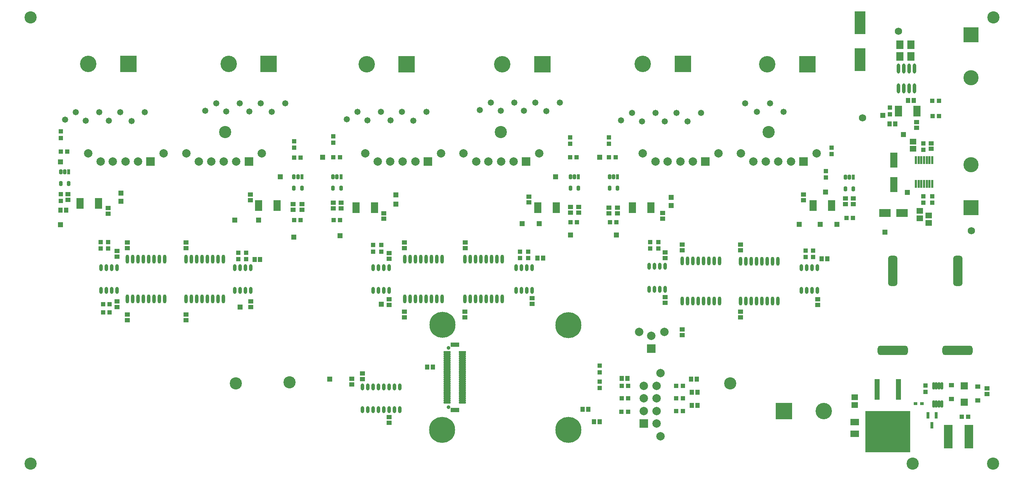
<source format=gts>
G04*
G04 #@! TF.GenerationSoftware,Altium Limited,Altium Designer,20.0.11 (256)*
G04*
G04 Layer_Color=8388736*
%FSLAX25Y25*%
%MOIN*%
G70*
G01*
G75*
%ADD51R,0.07887X0.06312*%
%ADD52R,0.04737X0.19304*%
%ADD53R,0.41942X0.38595*%
%ADD54R,0.10052X0.21469*%
%ADD55R,0.04737X0.04737*%
%ADD56R,0.04537X0.04143*%
%ADD57R,0.04737X0.04737*%
%ADD58R,0.06902X0.14383*%
%ADD59R,0.04816X0.04265*%
%ADD60R,0.03556X0.03162*%
%ADD61O,0.02572X0.07099*%
%ADD62R,0.04147X0.04147*%
%ADD63R,0.04147X0.04147*%
%ADD64R,0.06981X0.06922*%
%ADD65R,0.08280X0.22060*%
%ADD66R,0.03162X0.06115*%
%ADD67R,0.06312X0.05524*%
%ADD68R,0.10642X0.07493*%
%ADD69R,0.02200X0.07400*%
%ADD70R,0.03950X0.03950*%
%ADD71R,0.07887X0.03950*%
%ADD72R,0.07099X0.01981*%
%ADD73O,0.07099X0.01981*%
%ADD74C,0.24422*%
%ADD75R,0.04143X0.04537*%
%ADD76R,0.06312X0.05328*%
%ADD77O,0.03162X0.08280*%
%ADD78O,0.03162X0.06509*%
%ADD79R,0.06509X0.02158*%
G04:AMPARAMS|DCode=80|XSize=31.62mil|YSize=47.37mil|CornerRadius=9.91mil|HoleSize=0mil|Usage=FLASHONLY|Rotation=0.000|XOffset=0mil|YOffset=0mil|HoleType=Round|Shape=RoundedRectangle|*
%AMROUNDEDRECTD80*
21,1,0.03162,0.02756,0,0,0.0*
21,1,0.01181,0.04737,0,0,0.0*
1,1,0.01981,0.00591,-0.01378*
1,1,0.01981,-0.00591,-0.01378*
1,1,0.01981,-0.00591,0.01378*
1,1,0.01981,0.00591,0.01378*
%
%ADD80ROUNDEDRECTD80*%
%ADD81R,0.03162X0.04737*%
%ADD82O,0.03162X0.09461*%
%ADD83R,0.06706X0.08083*%
%ADD84C,0.11430*%
G04:AMPARAMS|DCode=85|XSize=86.74mil|YSize=283.59mil|CornerRadius=23.68mil|HoleSize=0mil|Usage=FLASHONLY|Rotation=90.000|XOffset=0mil|YOffset=0mil|HoleType=Round|Shape=RoundedRectangle|*
%AMROUNDEDRECTD85*
21,1,0.08674,0.23622,0,0,90.0*
21,1,0.03937,0.28359,0,0,90.0*
1,1,0.04737,0.11811,0.01968*
1,1,0.04737,0.11811,-0.01968*
1,1,0.04737,-0.11811,-0.01968*
1,1,0.04737,-0.11811,0.01968*
%
%ADD85ROUNDEDRECTD85*%
G04:AMPARAMS|DCode=86|XSize=86.74mil|YSize=283.59mil|CornerRadius=23.68mil|HoleSize=0mil|Usage=FLASHONLY|Rotation=180.000|XOffset=0mil|YOffset=0mil|HoleType=Round|Shape=RoundedRectangle|*
%AMROUNDEDRECTD86*
21,1,0.08674,0.23622,0,0,180.0*
21,1,0.03937,0.28359,0,0,180.0*
1,1,0.04737,-0.01968,0.11811*
1,1,0.04737,0.01968,0.11811*
1,1,0.04737,0.01968,-0.11811*
1,1,0.04737,-0.01968,-0.11811*
%
%ADD86ROUNDEDRECTD86*%
%ADD87C,0.03556*%
%ADD88C,0.00800*%
%ADD89C,0.07887*%
%ADD90R,0.07887X0.07887*%
%ADD91C,0.06800*%
%ADD92C,0.14186*%
%ADD93R,0.14186X0.14186*%
%ADD94R,0.15400X0.15400*%
%ADD95C,0.15400*%
%ADD96R,0.07887X0.07887*%
%ADD97C,0.05800*%
D51*
X-142000Y-391937D02*
D03*
Y-402763D02*
D03*
D52*
X-101000Y-361083D02*
D03*
X-121000D02*
D03*
D53*
X-111000Y-400650D02*
D03*
D54*
X-136845Y-16808D02*
D03*
Y-51454D02*
D03*
D55*
X-115684Y-103858D02*
D03*
X-585649Y-281260D02*
D03*
X-634068Y-351345D02*
D03*
X-96178Y-121663D02*
D03*
X-718070Y-283917D02*
D03*
X-113501Y-213335D02*
D03*
X-829743Y-184508D02*
D03*
Y-176634D02*
D03*
X-886180Y-147496D02*
D03*
X-723070Y-202063D02*
D03*
X-700609Y-202264D02*
D03*
X-667519Y-217972D02*
D03*
X-680137Y-161378D02*
D03*
X-571869Y-187126D02*
D03*
X-437617Y-205571D02*
D03*
X-453759D02*
D03*
X-408287Y-216004D02*
D03*
X-422263Y-161378D02*
D03*
X-365158Y-216004D02*
D03*
X-313995Y-180768D02*
D03*
Y-188445D02*
D03*
X-158483Y-206161D02*
D03*
X-174232D02*
D03*
X-380924Y-143169D02*
D03*
X-886180Y-206551D02*
D03*
X-193916Y-206161D02*
D03*
X-624133Y-216693D02*
D03*
X-640767Y-143169D02*
D03*
X-169206Y-175654D02*
D03*
X-571869Y-178602D02*
D03*
D56*
X-578149Y-276339D02*
D03*
Y-281653D02*
D03*
X-83952Y-110037D02*
D03*
Y-115352D02*
D03*
X-18100Y-359993D02*
D03*
Y-365307D02*
D03*
X-70200Y-129950D02*
D03*
Y-135265D02*
D03*
X-176574Y-276339D02*
D03*
Y-281653D02*
D03*
X-248818Y-288150D02*
D03*
Y-293465D02*
D03*
X-319743Y-274370D02*
D03*
Y-279685D02*
D03*
X-303606Y-304942D02*
D03*
Y-310258D02*
D03*
X-444400Y-275544D02*
D03*
Y-280859D02*
D03*
X-507200Y-288102D02*
D03*
Y-293417D02*
D03*
X-578149Y-387264D02*
D03*
Y-392579D02*
D03*
X-603149Y-351331D02*
D03*
Y-346016D02*
D03*
X-613400Y-351093D02*
D03*
Y-356407D02*
D03*
X-707905Y-278307D02*
D03*
Y-283622D02*
D03*
X-768600Y-290702D02*
D03*
Y-296017D02*
D03*
X-823510Y-290702D02*
D03*
Y-296017D02*
D03*
X-833267Y-278307D02*
D03*
Y-283622D02*
D03*
Y-236378D02*
D03*
Y-231063D02*
D03*
X-823621Y-228504D02*
D03*
Y-223189D02*
D03*
X-841554Y-190874D02*
D03*
Y-196189D02*
D03*
X-660039Y-187126D02*
D03*
Y-192441D02*
D03*
X-668326Y-192382D02*
D03*
Y-187067D02*
D03*
X-583149Y-195630D02*
D03*
Y-200945D02*
D03*
X-623444Y-185787D02*
D03*
Y-191102D02*
D03*
X-506909Y-228504D02*
D03*
Y-223189D02*
D03*
X-447440Y-185468D02*
D03*
Y-180153D02*
D03*
X-400609Y-189724D02*
D03*
Y-195039D02*
D03*
X-408287D02*
D03*
Y-189724D02*
D03*
X-364290Y-190406D02*
D03*
Y-195721D02*
D03*
X-372165D02*
D03*
Y-190406D02*
D03*
X-319743Y-237657D02*
D03*
Y-232343D02*
D03*
X-303720Y-230472D02*
D03*
Y-225157D02*
D03*
X-189980Y-183524D02*
D03*
Y-178209D02*
D03*
X-248818Y-230472D02*
D03*
Y-225157D02*
D03*
X-150609Y-187165D02*
D03*
Y-181850D02*
D03*
X-578149Y-238355D02*
D03*
Y-233040D02*
D03*
X-630493Y-191102D02*
D03*
Y-185787D02*
D03*
X-143129Y-181850D02*
D03*
Y-187165D02*
D03*
X-564000Y-293317D02*
D03*
Y-288002D02*
D03*
X-563995Y-223189D02*
D03*
Y-228504D02*
D03*
X-768503D02*
D03*
Y-223189D02*
D03*
X-322066Y-195353D02*
D03*
Y-200668D02*
D03*
X-879153Y-177913D02*
D03*
Y-183228D02*
D03*
X-708139Y-178189D02*
D03*
Y-183504D02*
D03*
D57*
X-92700Y-176231D02*
D03*
D58*
X-105450Y-168845D02*
D03*
Y-145617D02*
D03*
D59*
X-51200Y-370087D02*
D03*
Y-357213D02*
D03*
X-26700Y-358613D02*
D03*
Y-371487D02*
D03*
D60*
X-78947Y-374550D02*
D03*
X-84853D02*
D03*
D61*
X-60361Y-357885D02*
D03*
X-62920D02*
D03*
X-65479D02*
D03*
X-68039D02*
D03*
X-60361Y-374815D02*
D03*
X-62920D02*
D03*
X-65479D02*
D03*
X-68039D02*
D03*
D62*
X-75500Y-363601D02*
D03*
Y-357499D02*
D03*
X-69273Y-185923D02*
D03*
Y-179821D02*
D03*
X-77730Y-136131D02*
D03*
Y-130029D02*
D03*
X-380924Y-345039D02*
D03*
Y-338937D02*
D03*
X-841554Y-228898D02*
D03*
Y-222795D02*
D03*
X-712227Y-238740D02*
D03*
Y-232638D02*
D03*
X-719507Y-238740D02*
D03*
Y-232638D02*
D03*
X-630493Y-129390D02*
D03*
Y-123287D02*
D03*
X-585649Y-231663D02*
D03*
Y-225561D02*
D03*
X-447854Y-237854D02*
D03*
Y-231752D02*
D03*
X-455727Y-237854D02*
D03*
Y-231752D02*
D03*
X-408680Y-130472D02*
D03*
Y-124370D02*
D03*
X-325806Y-228898D02*
D03*
Y-222795D02*
D03*
X-333680Y-228898D02*
D03*
Y-222795D02*
D03*
X-188011Y-236772D02*
D03*
Y-230669D02*
D03*
X-168955Y-155949D02*
D03*
Y-162051D02*
D03*
X-163602Y-140071D02*
D03*
Y-133969D02*
D03*
X-372165Y-130472D02*
D03*
Y-124370D02*
D03*
X-593149Y-231663D02*
D03*
Y-225561D02*
D03*
X-848641Y-228931D02*
D03*
Y-222829D02*
D03*
X-885983Y-124957D02*
D03*
Y-118854D02*
D03*
X-180924Y-236772D02*
D03*
Y-230669D02*
D03*
X-667440Y-134280D02*
D03*
Y-128177D02*
D03*
X-108913Y-102701D02*
D03*
Y-96599D02*
D03*
X-886102Y-184012D02*
D03*
Y-177910D02*
D03*
D63*
X-35598Y-386750D02*
D03*
X-41700D02*
D03*
X-360353Y-369547D02*
D03*
X-354251D02*
D03*
X-360468Y-382050D02*
D03*
X-354365D02*
D03*
X-303070Y-381358D02*
D03*
X-309172D02*
D03*
X-303070Y-369547D02*
D03*
X-309172D02*
D03*
X-303070Y-357736D02*
D03*
X-309172D02*
D03*
X-360353D02*
D03*
X-354251D02*
D03*
X-846318Y-280965D02*
D03*
X-840216D02*
D03*
X-846318Y-288839D02*
D03*
X-840216D02*
D03*
X-879881Y-137732D02*
D03*
X-885983D02*
D03*
X-661338Y-143600D02*
D03*
X-667440D02*
D03*
X-624391Y-143169D02*
D03*
X-630493D02*
D03*
X-624133Y-202224D02*
D03*
X-630235D02*
D03*
X-408287Y-204193D02*
D03*
X-402184D02*
D03*
X-402578Y-143169D02*
D03*
X-408680D02*
D03*
X-366062D02*
D03*
X-372165D02*
D03*
X-365158Y-204193D02*
D03*
X-371260D02*
D03*
X-149724Y-200256D02*
D03*
X-143621D02*
D03*
X-667440Y-202224D02*
D03*
X-661338D02*
D03*
X-69164Y-90150D02*
D03*
X-63062D02*
D03*
X-69087Y-104481D02*
D03*
X-62985D02*
D03*
D64*
X-39400Y-372989D02*
D03*
Y-357911D02*
D03*
D65*
X-34854Y-405550D02*
D03*
X-54146D02*
D03*
D66*
X-69500Y-394774D02*
D03*
X-73240Y-385326D02*
D03*
X-65760D02*
D03*
D67*
X-141804Y-375661D02*
D03*
Y-368574D02*
D03*
X-72570Y-197719D02*
D03*
Y-204805D02*
D03*
X-81061Y-193446D02*
D03*
Y-200533D02*
D03*
D68*
X-113501Y-195421D02*
D03*
X-97753D02*
D03*
D69*
X-69273Y-145924D02*
D03*
X-71832D02*
D03*
X-74391D02*
D03*
X-76950D02*
D03*
X-79509D02*
D03*
X-82068D02*
D03*
X-84627D02*
D03*
X-84627Y-168124D02*
D03*
X-82068D02*
D03*
X-79509D02*
D03*
X-76950D02*
D03*
X-74391D02*
D03*
X-71832D02*
D03*
X-69273D02*
D03*
D70*
X-77730Y-185726D02*
D03*
Y-179821D02*
D03*
X-380924Y-353799D02*
D03*
Y-359705D02*
D03*
D71*
X-516751Y-380571D02*
D03*
Y-319154D02*
D03*
D72*
X-509664Y-326240D02*
D03*
D73*
Y-328209D02*
D03*
Y-330177D02*
D03*
Y-332146D02*
D03*
Y-334114D02*
D03*
Y-336083D02*
D03*
Y-338051D02*
D03*
Y-340020D02*
D03*
Y-341988D02*
D03*
Y-343957D02*
D03*
Y-345925D02*
D03*
Y-347894D02*
D03*
Y-349862D02*
D03*
Y-351831D02*
D03*
Y-353799D02*
D03*
Y-355768D02*
D03*
Y-357736D02*
D03*
Y-359705D02*
D03*
Y-361673D02*
D03*
Y-363642D02*
D03*
Y-365610D02*
D03*
Y-367579D02*
D03*
Y-369547D02*
D03*
Y-371516D02*
D03*
Y-373484D02*
D03*
X-523838D02*
D03*
Y-371516D02*
D03*
Y-369547D02*
D03*
Y-367579D02*
D03*
Y-365610D02*
D03*
Y-363642D02*
D03*
Y-361673D02*
D03*
Y-359705D02*
D03*
Y-357736D02*
D03*
Y-355768D02*
D03*
Y-353799D02*
D03*
Y-351831D02*
D03*
Y-349862D02*
D03*
Y-347894D02*
D03*
Y-345925D02*
D03*
Y-343957D02*
D03*
Y-341988D02*
D03*
Y-340020D02*
D03*
Y-338051D02*
D03*
Y-336083D02*
D03*
Y-334114D02*
D03*
Y-332146D02*
D03*
Y-330177D02*
D03*
Y-328209D02*
D03*
Y-326240D02*
D03*
D74*
X-528247Y-300509D02*
D03*
X-410452Y-300650D02*
D03*
X-528562Y-399075D02*
D03*
X-410452D02*
D03*
D75*
X-295380Y-351548D02*
D03*
X-290065D02*
D03*
X-294583Y-363642D02*
D03*
X-289268D02*
D03*
X-294583Y-376102D02*
D03*
X-289268D02*
D03*
X-355117Y-350929D02*
D03*
X-360432D02*
D03*
X-391543Y-379900D02*
D03*
X-396858D02*
D03*
X-380925Y-391385D02*
D03*
X-386239D02*
D03*
X-537442Y-340020D02*
D03*
X-542758D02*
D03*
X-92007Y-89626D02*
D03*
X-86693D02*
D03*
X-704448Y-239118D02*
D03*
X-699133D02*
D03*
X-439389Y-237854D02*
D03*
X-434074D02*
D03*
X-172952Y-238347D02*
D03*
X-167637D02*
D03*
X-103856Y-111850D02*
D03*
X-109171D02*
D03*
X-886180Y-192772D02*
D03*
X-880865D02*
D03*
D76*
X-87158Y-128376D02*
D03*
Y-135265D02*
D03*
D77*
X-788621Y-238642D02*
D03*
X-793621D02*
D03*
X-798621D02*
D03*
X-803621D02*
D03*
X-808621D02*
D03*
X-813621D02*
D03*
X-818621D02*
D03*
X-823621D02*
D03*
X-788621Y-276043D02*
D03*
X-793621D02*
D03*
X-798621D02*
D03*
X-803621D02*
D03*
X-808621D02*
D03*
X-813621D02*
D03*
X-818621D02*
D03*
X-823621D02*
D03*
X-733503Y-238642D02*
D03*
X-738503D02*
D03*
X-743503D02*
D03*
X-748503D02*
D03*
X-753503D02*
D03*
X-758503D02*
D03*
X-763503D02*
D03*
X-768503D02*
D03*
X-733503Y-276043D02*
D03*
X-738503D02*
D03*
X-743503D02*
D03*
X-748503D02*
D03*
X-753503D02*
D03*
X-758503D02*
D03*
X-763503D02*
D03*
X-768503D02*
D03*
X-528779Y-238642D02*
D03*
X-533779D02*
D03*
X-538779D02*
D03*
X-543779D02*
D03*
X-548779D02*
D03*
X-553779D02*
D03*
X-558779D02*
D03*
X-563779D02*
D03*
X-528779Y-276043D02*
D03*
X-533779D02*
D03*
X-538779D02*
D03*
X-543779D02*
D03*
X-548779D02*
D03*
X-553779D02*
D03*
X-558779D02*
D03*
X-563779D02*
D03*
X-472224Y-238642D02*
D03*
X-477224D02*
D03*
X-482224D02*
D03*
X-487224D02*
D03*
X-492224D02*
D03*
X-497224D02*
D03*
X-502224D02*
D03*
X-507224D02*
D03*
X-472224Y-276043D02*
D03*
X-477224D02*
D03*
X-482224D02*
D03*
X-487224D02*
D03*
X-492224D02*
D03*
X-497224D02*
D03*
X-502224D02*
D03*
X-507224D02*
D03*
X-268720Y-240610D02*
D03*
X-273720D02*
D03*
X-278720D02*
D03*
X-283720D02*
D03*
X-288720D02*
D03*
X-293720D02*
D03*
X-298720D02*
D03*
X-303720D02*
D03*
X-268720Y-278012D02*
D03*
X-273720D02*
D03*
X-278720D02*
D03*
X-283720D02*
D03*
X-288720D02*
D03*
X-293720D02*
D03*
X-298720D02*
D03*
X-303720D02*
D03*
X-213800Y-240628D02*
D03*
X-218800D02*
D03*
X-223800D02*
D03*
X-228800D02*
D03*
X-233800D02*
D03*
X-238800D02*
D03*
X-243800D02*
D03*
X-248800D02*
D03*
X-213800Y-278030D02*
D03*
X-218800D02*
D03*
X-223800D02*
D03*
X-228800D02*
D03*
X-233800D02*
D03*
X-238800D02*
D03*
X-243800D02*
D03*
X-248800D02*
D03*
D78*
X-848267Y-268071D02*
D03*
X-843267D02*
D03*
X-838267D02*
D03*
X-833267D02*
D03*
X-848267Y-246614D02*
D03*
X-843267D02*
D03*
X-838267D02*
D03*
X-833267D02*
D03*
X-723070Y-268071D02*
D03*
X-718070D02*
D03*
X-713070D02*
D03*
X-708070D02*
D03*
X-723070Y-246614D02*
D03*
X-718070D02*
D03*
X-713070D02*
D03*
X-708070D02*
D03*
X-593149Y-268071D02*
D03*
X-588149D02*
D03*
X-583149D02*
D03*
X-578149D02*
D03*
X-593149Y-246614D02*
D03*
X-588149D02*
D03*
X-583149D02*
D03*
X-578149D02*
D03*
X-459291Y-268071D02*
D03*
X-454290D02*
D03*
X-449291D02*
D03*
X-444290D02*
D03*
X-459291Y-246614D02*
D03*
X-454290D02*
D03*
X-449291D02*
D03*
X-444290D02*
D03*
X-334743Y-266988D02*
D03*
X-329743D02*
D03*
X-324743D02*
D03*
X-319743D02*
D03*
X-334743Y-245532D02*
D03*
X-329743D02*
D03*
X-324743D02*
D03*
X-319743D02*
D03*
X-191968Y-268071D02*
D03*
X-186968D02*
D03*
X-181968D02*
D03*
X-176968D02*
D03*
X-191968Y-246614D02*
D03*
X-186968D02*
D03*
X-181968D02*
D03*
X-176968D02*
D03*
X-568149Y-358819D02*
D03*
X-573149D02*
D03*
X-578149D02*
D03*
X-583149D02*
D03*
X-588149D02*
D03*
X-593149D02*
D03*
X-598149D02*
D03*
X-603149D02*
D03*
X-568149Y-380276D02*
D03*
X-573149D02*
D03*
X-578149D02*
D03*
X-583149D02*
D03*
X-588149D02*
D03*
X-593149D02*
D03*
X-598149D02*
D03*
X-603149D02*
D03*
D79*
X-868017Y-182539D02*
D03*
Y-184508D02*
D03*
Y-186476D02*
D03*
Y-188445D02*
D03*
Y-190413D02*
D03*
X-850694Y-182539D02*
D03*
Y-184508D02*
D03*
Y-186476D02*
D03*
Y-188445D02*
D03*
Y-190413D02*
D03*
X-609271Y-186476D02*
D03*
Y-188445D02*
D03*
Y-190413D02*
D03*
Y-192382D02*
D03*
Y-194350D02*
D03*
X-591948Y-186476D02*
D03*
Y-188445D02*
D03*
Y-190413D02*
D03*
Y-192382D02*
D03*
Y-194350D02*
D03*
X-350216Y-186476D02*
D03*
Y-188445D02*
D03*
Y-190413D02*
D03*
Y-192382D02*
D03*
Y-194350D02*
D03*
X-332893Y-186476D02*
D03*
Y-188445D02*
D03*
Y-190413D02*
D03*
Y-192382D02*
D03*
Y-194350D02*
D03*
X-163602Y-192382D02*
D03*
Y-190413D02*
D03*
Y-188445D02*
D03*
Y-186476D02*
D03*
Y-184508D02*
D03*
X-180924Y-192382D02*
D03*
Y-190413D02*
D03*
Y-188445D02*
D03*
Y-186476D02*
D03*
Y-184508D02*
D03*
X-101075Y-95913D02*
D03*
Y-97882D02*
D03*
Y-99850D02*
D03*
Y-101819D02*
D03*
Y-103787D02*
D03*
X-83752Y-95913D02*
D03*
Y-97882D02*
D03*
Y-99850D02*
D03*
Y-101819D02*
D03*
Y-103787D02*
D03*
X-700609Y-184508D02*
D03*
Y-186476D02*
D03*
Y-188445D02*
D03*
Y-190413D02*
D03*
Y-192382D02*
D03*
X-683287Y-184508D02*
D03*
Y-186476D02*
D03*
Y-188445D02*
D03*
Y-190413D02*
D03*
Y-192382D02*
D03*
X-438798Y-186476D02*
D03*
Y-188445D02*
D03*
Y-190413D02*
D03*
Y-192382D02*
D03*
Y-194350D02*
D03*
X-421476Y-186476D02*
D03*
Y-188445D02*
D03*
Y-190413D02*
D03*
Y-192382D02*
D03*
Y-194350D02*
D03*
D80*
X-878503Y-167654D02*
D03*
X-885983D02*
D03*
Y-156827D02*
D03*
X-882243D02*
D03*
X-660039Y-172205D02*
D03*
X-667519D02*
D03*
Y-161378D02*
D03*
X-663779D02*
D03*
X-623444Y-172205D02*
D03*
X-630924D02*
D03*
Y-161378D02*
D03*
X-627184D02*
D03*
X-400806Y-172205D02*
D03*
X-408287D02*
D03*
Y-161378D02*
D03*
X-404546D02*
D03*
X-143129Y-172697D02*
D03*
X-150609D02*
D03*
Y-161870D02*
D03*
X-146869D02*
D03*
X-368031Y-161378D02*
D03*
X-371771D02*
D03*
Y-172205D02*
D03*
X-364290D02*
D03*
D81*
X-878503Y-156827D02*
D03*
X-660039Y-161378D02*
D03*
X-623444D02*
D03*
X-400806D02*
D03*
X-143129Y-161870D02*
D03*
X-364290Y-161378D02*
D03*
D82*
X-100982Y-78522D02*
D03*
X-95982D02*
D03*
X-90982D02*
D03*
X-85982D02*
D03*
X-100982Y-59625D02*
D03*
X-95982D02*
D03*
X-90982D02*
D03*
X-85982D02*
D03*
D83*
X-99717Y-37350D02*
D03*
X-89283D02*
D03*
X-99716Y-48417D02*
D03*
X-89283D02*
D03*
D84*
X-222500Y-119300D02*
D03*
X-473562D02*
D03*
X-732028D02*
D03*
X-722064Y-355593D02*
D03*
X-671525Y-354571D02*
D03*
X-12311Y-430639D02*
D03*
X-11811Y-11811D02*
D03*
X-258526Y-355486D02*
D03*
X-87617Y-430639D02*
D03*
X-914389Y-11811D02*
D03*
X-914389Y-430639D02*
D03*
X-528562Y-399075D02*
D03*
X-410452D02*
D03*
Y-300650D02*
D03*
X-528562D02*
D03*
D85*
X-45600Y-324550D02*
D03*
X-106230D02*
D03*
D86*
X-106427Y-249944D02*
D03*
X-45403D02*
D03*
D87*
X-522657Y-377618D02*
D03*
Y-322106D02*
D03*
D88*
X-528247Y-300509D02*
D03*
X-410452Y-300650D02*
D03*
X-528562Y-399075D02*
D03*
X-410452D02*
D03*
D89*
X-324074Y-404980D02*
D03*
Y-345925D02*
D03*
X-339586Y-381358D02*
D03*
Y-369547D02*
D03*
Y-357736D02*
D03*
X-327775Y-393169D02*
D03*
Y-381358D02*
D03*
Y-369547D02*
D03*
Y-357736D02*
D03*
X-201790Y-147028D02*
D03*
X-213601D02*
D03*
X-225413D02*
D03*
X-236830D02*
D03*
X-177775Y-139311D02*
D03*
X-248641D02*
D03*
X-293621Y-147028D02*
D03*
X-305432D02*
D03*
X-317243D02*
D03*
X-328661D02*
D03*
X-269605Y-139311D02*
D03*
X-340472D02*
D03*
X-461633Y-147028D02*
D03*
X-473444D02*
D03*
X-485255D02*
D03*
X-496672D02*
D03*
X-437617Y-139311D02*
D03*
X-508483D02*
D03*
X-553759Y-147028D02*
D03*
X-565570D02*
D03*
X-577381D02*
D03*
X-588798D02*
D03*
X-529743Y-139311D02*
D03*
X-600609D02*
D03*
X-721476Y-147028D02*
D03*
X-733287D02*
D03*
X-745098D02*
D03*
X-756515D02*
D03*
X-697460Y-139311D02*
D03*
X-768326D02*
D03*
X-813601Y-147028D02*
D03*
X-825413D02*
D03*
X-837224D02*
D03*
X-848641D02*
D03*
X-789586Y-139311D02*
D03*
X-860452D02*
D03*
X-332594Y-310839D02*
D03*
X-344011Y-307138D02*
D03*
X-320389D02*
D03*
D90*
X-339586Y-393169D02*
D03*
D91*
X-32600Y-212050D02*
D03*
X-134746Y-106019D02*
D03*
X-101000Y-24750D02*
D03*
D92*
X-33000Y-68554D02*
D03*
Y-150050D02*
D03*
D93*
Y-28042D02*
D03*
Y-190562D02*
D03*
D94*
X-208400Y-381300D02*
D03*
X-822680Y-55571D02*
D03*
X-186300Y-55900D02*
D03*
X-434738Y-55887D02*
D03*
X-561904D02*
D03*
X-302952Y-55571D02*
D03*
X-691184Y-55571D02*
D03*
D95*
X-170880Y-381300D02*
D03*
X-860200Y-55571D02*
D03*
X-223820Y-55900D02*
D03*
X-472258Y-55887D02*
D03*
X-599423D02*
D03*
X-340472Y-55571D02*
D03*
X-728704Y-55571D02*
D03*
D96*
X-189980Y-147028D02*
D03*
X-281810D02*
D03*
X-449822D02*
D03*
X-541948D02*
D03*
X-709664D02*
D03*
X-801791D02*
D03*
X-332594Y-322650D02*
D03*
D97*
X-208766Y-100600D02*
D03*
X-221444Y-92400D02*
D03*
X-233500Y-100600D02*
D03*
X-244672Y-92400D02*
D03*
X-360879Y-108386D02*
D03*
X-350698Y-101500D02*
D03*
X-341358Y-109286D02*
D03*
X-328609Y-101500D02*
D03*
X-319812Y-109286D02*
D03*
X-309024Y-101500D02*
D03*
X-298540Y-109583D02*
D03*
X-286117Y-101500D02*
D03*
X-493155Y-98640D02*
D03*
X-482974Y-91754D02*
D03*
X-473634Y-99540D02*
D03*
X-460886Y-91754D02*
D03*
X-452088Y-99540D02*
D03*
X-441300Y-91754D02*
D03*
X-430817Y-99837D02*
D03*
X-418394Y-91754D02*
D03*
X-618075Y-107486D02*
D03*
X-607894Y-100600D02*
D03*
X-598554Y-108386D02*
D03*
X-585806Y-100600D02*
D03*
X-577008Y-108386D02*
D03*
X-566220Y-100600D02*
D03*
X-555737Y-108683D02*
D03*
X-543314Y-100600D02*
D03*
X-750505Y-99336D02*
D03*
X-740324Y-92450D02*
D03*
X-730984Y-100236D02*
D03*
X-718235Y-92450D02*
D03*
X-709438Y-100236D02*
D03*
X-698650Y-92450D02*
D03*
X-688166Y-100533D02*
D03*
X-675743Y-92450D02*
D03*
X-807360Y-100914D02*
D03*
X-819783Y-108997D02*
D03*
X-830266Y-100914D02*
D03*
X-841054Y-108700D02*
D03*
X-849852Y-100914D02*
D03*
X-862600Y-108700D02*
D03*
X-871940Y-100914D02*
D03*
X-882121Y-107800D02*
D03*
M02*

</source>
